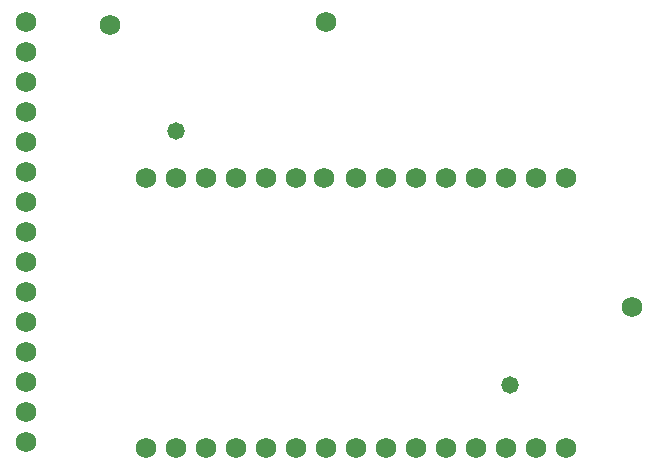
<source format=gbs>
G04*
G04 #@! TF.GenerationSoftware,Altium Limited,Altium Designer,21.7.2 (23)*
G04*
G04 Layer_Color=16711935*
%FSLAX25Y25*%
%MOIN*%
G70*
G04*
G04 #@! TF.SameCoordinates,FD6F4078-F35A-45E9-9C0A-15F470774422*
G04*
G04*
G04 #@! TF.FilePolarity,Negative*
G04*
G01*
G75*
%ADD16C,0.06800*%
%ADD17C,0.05800*%
D16*
X52000Y9000D02*
D03*
X62000D02*
D03*
X72000D02*
D03*
X82000D02*
D03*
X92000D02*
D03*
X102000D02*
D03*
X112000D02*
D03*
X122000D02*
D03*
X132000D02*
D03*
X142000D02*
D03*
X152000D02*
D03*
X162000D02*
D03*
X172000D02*
D03*
X182000D02*
D03*
X192000D02*
D03*
Y98764D02*
D03*
X182000D02*
D03*
X172000D02*
D03*
X162000D02*
D03*
X152000D02*
D03*
X142000D02*
D03*
X132000D02*
D03*
X122000D02*
D03*
X111500D02*
D03*
X102000D02*
D03*
X92000D02*
D03*
X82000D02*
D03*
X72000D02*
D03*
X62000D02*
D03*
X52000D02*
D03*
X112000Y151000D02*
D03*
X214000Y56000D02*
D03*
X40000Y150000D02*
D03*
X12000Y151000D02*
D03*
Y141000D02*
D03*
Y131000D02*
D03*
Y11000D02*
D03*
Y21000D02*
D03*
Y31000D02*
D03*
Y41000D02*
D03*
Y51000D02*
D03*
Y61000D02*
D03*
Y71000D02*
D03*
Y81000D02*
D03*
Y91000D02*
D03*
Y101000D02*
D03*
Y111000D02*
D03*
Y121000D02*
D03*
D17*
X173500Y30000D02*
D03*
X62000Y114500D02*
D03*
M02*

</source>
